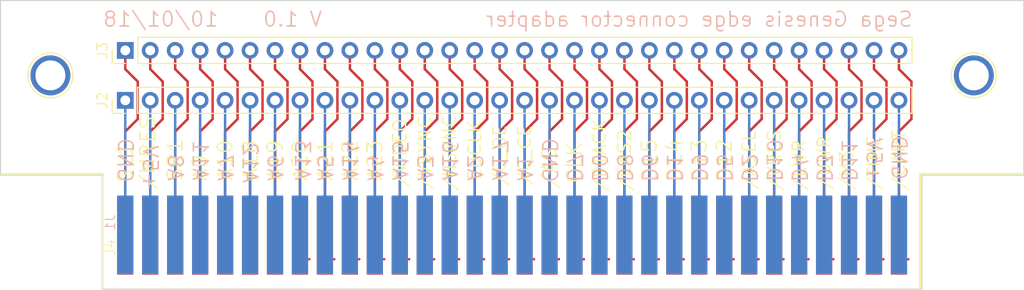
<source format=kicad_pcb>
(kicad_pcb (version 4) (host pcbnew 4.0.7)

  (general
    (links 64)
    (no_connects 0)
    (area 86.309999 69.357142 190.550001 100.872)
    (thickness 1.6)
    (drawings 79)
    (tracks 218)
    (zones 0)
    (modules 6)
    (nets 65)
  )

  (page A4)
  (layers
    (0 F.Cu signal)
    (31 B.Cu signal)
    (32 B.Adhes user)
    (33 F.Adhes user)
    (34 B.Paste user)
    (35 F.Paste user)
    (36 B.SilkS user)
    (37 F.SilkS user)
    (38 B.Mask user)
    (39 F.Mask user)
    (40 Dwgs.User user)
    (41 Cmts.User user)
    (42 Eco1.User user)
    (43 Eco2.User user)
    (44 Edge.Cuts user)
    (45 Margin user)
    (46 B.CrtYd user)
    (47 F.CrtYd user)
    (48 B.Fab user)
    (49 F.Fab user)
  )

  (setup
    (last_trace_width 0.25)
    (trace_clearance 0.2)
    (zone_clearance 0.508)
    (zone_45_only no)
    (trace_min 0.2)
    (segment_width 0.2)
    (edge_width 0.1)
    (via_size 0.6)
    (via_drill 0.4)
    (via_min_size 0.4)
    (via_min_drill 0.3)
    (uvia_size 0.3)
    (uvia_drill 0.1)
    (uvias_allowed no)
    (uvia_min_size 0.2)
    (uvia_min_drill 0.1)
    (pcb_text_width 0.3)
    (pcb_text_size 1.5 1.5)
    (mod_edge_width 0.15)
    (mod_text_size 1 1)
    (mod_text_width 0.15)
    (pad_size 4.064 4.064)
    (pad_drill 3.048)
    (pad_to_mask_clearance 0.2)
    (aux_axis_origin 0 0)
    (visible_elements 7FFCFFFF)
    (pcbplotparams
      (layerselection 0x00030_80000001)
      (usegerberextensions false)
      (excludeedgelayer true)
      (linewidth 0.100000)
      (plotframeref false)
      (viasonmask false)
      (mode 1)
      (useauxorigin false)
      (hpglpennumber 1)
      (hpglpenspeed 20)
      (hpglpendiameter 15)
      (hpglpenoverlay 2)
      (psnegative false)
      (psa4output false)
      (plotreference true)
      (plotvalue true)
      (plotinvisibletext false)
      (padsonsilk false)
      (subtractmaskfromsilk false)
      (outputformat 1)
      (mirror false)
      (drillshape 1)
      (scaleselection 1)
      (outputdirectory ""))
  )

  (net 0 "")
  (net 1 /A1)
  (net 2 /A2)
  (net 3 /A3)
  (net 4 /A4)
  (net 5 /A5)
  (net 6 /A6)
  (net 7 /A7)
  (net 8 /A8)
  (net 9 /A9)
  (net 10 /A10)
  (net 11 /A11)
  (net 12 /A12)
  (net 13 /A13)
  (net 14 /A14)
  (net 15 /A15)
  (net 16 /A16)
  (net 17 /A17)
  (net 18 /A18)
  (net 19 /A19)
  (net 20 /A20)
  (net 21 /A21)
  (net 22 /A22)
  (net 23 /A23)
  (net 24 /A24)
  (net 25 /A25)
  (net 26 /A26)
  (net 27 /A27)
  (net 28 /A28)
  (net 29 /A29)
  (net 30 /A30)
  (net 31 /A31)
  (net 32 /A32)
  (net 33 /B1)
  (net 34 /B2)
  (net 35 /B3)
  (net 36 /B4)
  (net 37 /B5)
  (net 38 /B6)
  (net 39 /B7)
  (net 40 /B8)
  (net 41 /B9)
  (net 42 /B10)
  (net 43 /B11)
  (net 44 /B12)
  (net 45 /B13)
  (net 46 /B14)
  (net 47 /B15)
  (net 48 /B16)
  (net 49 /B17)
  (net 50 /B18)
  (net 51 /B19)
  (net 52 /B20)
  (net 53 /B21)
  (net 54 /B22)
  (net 55 /B23)
  (net 56 /B24)
  (net 57 /B25)
  (net 58 /B26)
  (net 59 /B27)
  (net 60 /B28)
  (net 61 /B29)
  (net 62 /B30)
  (net 63 /B31)
  (net 64 /B32)

  (net_class Default "This is the default net class."
    (clearance 0.2)
    (trace_width 0.25)
    (via_dia 0.6)
    (via_drill 0.4)
    (uvia_dia 0.3)
    (uvia_drill 0.1)
    (add_net /A1)
    (add_net /A10)
    (add_net /A11)
    (add_net /A12)
    (add_net /A13)
    (add_net /A14)
    (add_net /A15)
    (add_net /A16)
    (add_net /A17)
    (add_net /A18)
    (add_net /A19)
    (add_net /A2)
    (add_net /A20)
    (add_net /A21)
    (add_net /A22)
    (add_net /A23)
    (add_net /A24)
    (add_net /A25)
    (add_net /A26)
    (add_net /A27)
    (add_net /A28)
    (add_net /A29)
    (add_net /A3)
    (add_net /A30)
    (add_net /A31)
    (add_net /A32)
    (add_net /A4)
    (add_net /A5)
    (add_net /A6)
    (add_net /A7)
    (add_net /A8)
    (add_net /A9)
    (add_net /B1)
    (add_net /B10)
    (add_net /B11)
    (add_net /B12)
    (add_net /B13)
    (add_net /B14)
    (add_net /B15)
    (add_net /B16)
    (add_net /B17)
    (add_net /B18)
    (add_net /B19)
    (add_net /B2)
    (add_net /B20)
    (add_net /B21)
    (add_net /B22)
    (add_net /B23)
    (add_net /B24)
    (add_net /B25)
    (add_net /B26)
    (add_net /B27)
    (add_net /B28)
    (add_net /B29)
    (add_net /B3)
    (add_net /B30)
    (add_net /B31)
    (add_net /B32)
    (add_net /B4)
    (add_net /B5)
    (add_net /B6)
    (add_net /B7)
    (add_net /B8)
    (add_net /B9)
  )

  (module Pin_Headers:Pin_Header_Straight_1x32_Pitch2.54mm (layer F.Cu) (tedit 5BB17649) (tstamp 5BB14E1D)
    (at 99.06 81.28 90)
    (descr "Through hole straight pin header, 1x32, 2.54mm pitch, single row")
    (tags "Through hole pin header THT 1x32 2.54mm single row")
    (path /5BB10599)
    (fp_text reference J2 (at 0 -2.33 90) (layer F.SilkS)
      (effects (font (size 1 1) (thickness 0.15)))
    )
    (fp_text value Conn_01x32_Male (at 0 81.07 90) (layer F.Fab) hide
      (effects (font (size 1 1) (thickness 0.15)))
    )
    (fp_line (start -0.635 -1.27) (end 1.27 -1.27) (layer F.Fab) (width 0.1))
    (fp_line (start 1.27 -1.27) (end 1.27 80.01) (layer F.Fab) (width 0.1))
    (fp_line (start 1.27 80.01) (end -1.27 80.01) (layer F.Fab) (width 0.1))
    (fp_line (start -1.27 80.01) (end -1.27 -0.635) (layer F.Fab) (width 0.1))
    (fp_line (start -1.27 -0.635) (end -0.635 -1.27) (layer F.Fab) (width 0.1))
    (fp_line (start -1.33 80.07) (end 1.33 80.07) (layer F.SilkS) (width 0.12))
    (fp_line (start -1.33 1.27) (end -1.33 80.07) (layer F.SilkS) (width 0.12))
    (fp_line (start 1.33 1.27) (end 1.33 80.07) (layer F.SilkS) (width 0.12))
    (fp_line (start -1.33 1.27) (end 1.33 1.27) (layer F.SilkS) (width 0.12))
    (fp_line (start -1.33 0) (end -1.33 -1.33) (layer F.SilkS) (width 0.12))
    (fp_line (start -1.33 -1.33) (end 0 -1.33) (layer F.SilkS) (width 0.12))
    (fp_line (start -1.8 -1.8) (end -1.8 80.55) (layer F.CrtYd) (width 0.05))
    (fp_line (start -1.8 80.55) (end 1.8 80.55) (layer F.CrtYd) (width 0.05))
    (fp_line (start 1.8 80.55) (end 1.8 -1.8) (layer F.CrtYd) (width 0.05))
    (fp_line (start 1.8 -1.8) (end -1.8 -1.8) (layer F.CrtYd) (width 0.05))
    (fp_text user %R (at 0 39.37 180) (layer F.Fab)
      (effects (font (size 1 1) (thickness 0.15)))
    )
    (pad 1 thru_hole rect (at 0 0 90) (size 1.7 1.7) (drill 1) (layers *.Cu *.Mask)
      (net 1 /A1))
    (pad 2 thru_hole oval (at 0 2.54 90) (size 1.7 1.7) (drill 1) (layers *.Cu *.Mask)
      (net 2 /A2))
    (pad 3 thru_hole oval (at 0 5.08 90) (size 1.7 1.7) (drill 1) (layers *.Cu *.Mask)
      (net 3 /A3))
    (pad 4 thru_hole oval (at 0 7.62 90) (size 1.7 1.7) (drill 1) (layers *.Cu *.Mask)
      (net 4 /A4))
    (pad 5 thru_hole oval (at 0 10.16 90) (size 1.7 1.7) (drill 1) (layers *.Cu *.Mask)
      (net 5 /A5))
    (pad 6 thru_hole oval (at 0 12.7 90) (size 1.7 1.7) (drill 1) (layers *.Cu *.Mask)
      (net 6 /A6))
    (pad 7 thru_hole oval (at 0 15.24 90) (size 1.7 1.7) (drill 1) (layers *.Cu *.Mask)
      (net 7 /A7))
    (pad 8 thru_hole oval (at 0 17.78 90) (size 1.7 1.7) (drill 1) (layers *.Cu *.Mask)
      (net 8 /A8))
    (pad 9 thru_hole oval (at 0 20.32 90) (size 1.7 1.7) (drill 1) (layers *.Cu *.Mask)
      (net 9 /A9))
    (pad 10 thru_hole oval (at 0 22.86 90) (size 1.7 1.7) (drill 1) (layers *.Cu *.Mask)
      (net 10 /A10))
    (pad 11 thru_hole oval (at 0 25.4 90) (size 1.7 1.7) (drill 1) (layers *.Cu *.Mask)
      (net 11 /A11))
    (pad 12 thru_hole oval (at 0 27.94 90) (size 1.7 1.7) (drill 1) (layers *.Cu *.Mask)
      (net 12 /A12))
    (pad 13 thru_hole oval (at 0 30.48 90) (size 1.7 1.7) (drill 1) (layers *.Cu *.Mask)
      (net 13 /A13))
    (pad 14 thru_hole oval (at 0 33.02 90) (size 1.7 1.7) (drill 1) (layers *.Cu *.Mask)
      (net 14 /A14))
    (pad 15 thru_hole oval (at 0 35.56 90) (size 1.7 1.7) (drill 1) (layers *.Cu *.Mask)
      (net 15 /A15))
    (pad 16 thru_hole oval (at 0 38.1 90) (size 1.7 1.7) (drill 1) (layers *.Cu *.Mask)
      (net 16 /A16))
    (pad 17 thru_hole oval (at 0 40.64 90) (size 1.7 1.7) (drill 1) (layers *.Cu *.Mask)
      (net 17 /A17))
    (pad 18 thru_hole oval (at 0 43.18 90) (size 1.7 1.7) (drill 1) (layers *.Cu *.Mask)
      (net 18 /A18))
    (pad 19 thru_hole oval (at 0 45.72 90) (size 1.7 1.7) (drill 1) (layers *.Cu *.Mask)
      (net 19 /A19))
    (pad 20 thru_hole oval (at 0 48.26 90) (size 1.7 1.7) (drill 1) (layers *.Cu *.Mask)
      (net 20 /A20))
    (pad 21 thru_hole oval (at 0 50.8 90) (size 1.7 1.7) (drill 1) (layers *.Cu *.Mask)
      (net 21 /A21))
    (pad 22 thru_hole oval (at 0 53.34 90) (size 1.7 1.7) (drill 1) (layers *.Cu *.Mask)
      (net 22 /A22))
    (pad 23 thru_hole oval (at 0 55.88 90) (size 1.7 1.7) (drill 1) (layers *.Cu *.Mask)
      (net 23 /A23))
    (pad 24 thru_hole oval (at 0 58.42 90) (size 1.7 1.7) (drill 1) (layers *.Cu *.Mask)
      (net 24 /A24))
    (pad 25 thru_hole oval (at 0 60.96 90) (size 1.7 1.7) (drill 1) (layers *.Cu *.Mask)
      (net 25 /A25))
    (pad 26 thru_hole oval (at 0 63.5 90) (size 1.7 1.7) (drill 1) (layers *.Cu *.Mask)
      (net 26 /A26))
    (pad 27 thru_hole oval (at 0 66.04 90) (size 1.7 1.7) (drill 1) (layers *.Cu *.Mask)
      (net 27 /A27))
    (pad 28 thru_hole oval (at 0 68.58 90) (size 1.7 1.7) (drill 1) (layers *.Cu *.Mask)
      (net 28 /A28))
    (pad 29 thru_hole oval (at 0 71.12 90) (size 1.7 1.7) (drill 1) (layers *.Cu *.Mask)
      (net 29 /A29))
    (pad 30 thru_hole oval (at 0 73.66 90) (size 1.7 1.7) (drill 1) (layers *.Cu *.Mask)
      (net 30 /A30))
    (pad 31 thru_hole oval (at 0 76.2 90) (size 1.7 1.7) (drill 1) (layers *.Cu *.Mask)
      (net 31 /A31))
    (pad 32 thru_hole oval (at 0 78.74 90) (size 1.7 1.7) (drill 1) (layers *.Cu *.Mask)
      (net 32 /A32))
    (model ${KISYS3DMOD}/Pin_Headers.3dshapes/Pin_Header_Straight_1x32_Pitch2.54mm.wrl
      (at (xyz 0 0 0))
      (scale (xyz 1 1 1))
      (rotate (xyz 0 0 0))
    )
  )

  (module Pin_Headers:Pin_Header_Straight_1x32_Pitch2.54mm (layer F.Cu) (tedit 5BB17650) (tstamp 5BB14E41)
    (at 99.06 76.2 90)
    (descr "Through hole straight pin header, 1x32, 2.54mm pitch, single row")
    (tags "Through hole pin header THT 1x32 2.54mm single row")
    (path /5BB105C8)
    (fp_text reference J3 (at 0 -2.33 90) (layer F.SilkS)
      (effects (font (size 1 1) (thickness 0.15)))
    )
    (fp_text value Conn_01x32_Male (at 0 81.07 90) (layer F.Fab) hide
      (effects (font (size 1 1) (thickness 0.15)))
    )
    (fp_line (start -0.635 -1.27) (end 1.27 -1.27) (layer F.Fab) (width 0.1))
    (fp_line (start 1.27 -1.27) (end 1.27 80.01) (layer F.Fab) (width 0.1))
    (fp_line (start 1.27 80.01) (end -1.27 80.01) (layer F.Fab) (width 0.1))
    (fp_line (start -1.27 80.01) (end -1.27 -0.635) (layer F.Fab) (width 0.1))
    (fp_line (start -1.27 -0.635) (end -0.635 -1.27) (layer F.Fab) (width 0.1))
    (fp_line (start -1.33 80.07) (end 1.33 80.07) (layer F.SilkS) (width 0.12))
    (fp_line (start -1.33 1.27) (end -1.33 80.07) (layer F.SilkS) (width 0.12))
    (fp_line (start 1.33 1.27) (end 1.33 80.07) (layer F.SilkS) (width 0.12))
    (fp_line (start -1.33 1.27) (end 1.33 1.27) (layer F.SilkS) (width 0.12))
    (fp_line (start -1.33 0) (end -1.33 -1.33) (layer F.SilkS) (width 0.12))
    (fp_line (start -1.33 -1.33) (end 0 -1.33) (layer F.SilkS) (width 0.12))
    (fp_line (start -1.8 -1.8) (end -1.8 80.55) (layer F.CrtYd) (width 0.05))
    (fp_line (start -1.8 80.55) (end 1.8 80.55) (layer F.CrtYd) (width 0.05))
    (fp_line (start 1.8 80.55) (end 1.8 -1.8) (layer F.CrtYd) (width 0.05))
    (fp_line (start 1.8 -1.8) (end -1.8 -1.8) (layer F.CrtYd) (width 0.05))
    (fp_text user %R (at 0 39.37 180) (layer F.Fab)
      (effects (font (size 1 1) (thickness 0.15)))
    )
    (pad 1 thru_hole rect (at 0 0 90) (size 1.7 1.7) (drill 1) (layers *.Cu *.Mask)
      (net 33 /B1))
    (pad 2 thru_hole oval (at 0 2.54 90) (size 1.7 1.7) (drill 1) (layers *.Cu *.Mask)
      (net 34 /B2))
    (pad 3 thru_hole oval (at 0 5.08 90) (size 1.7 1.7) (drill 1) (layers *.Cu *.Mask)
      (net 35 /B3))
    (pad 4 thru_hole oval (at 0 7.62 90) (size 1.7 1.7) (drill 1) (layers *.Cu *.Mask)
      (net 36 /B4))
    (pad 5 thru_hole oval (at 0 10.16 90) (size 1.7 1.7) (drill 1) (layers *.Cu *.Mask)
      (net 37 /B5))
    (pad 6 thru_hole oval (at 0 12.7 90) (size 1.7 1.7) (drill 1) (layers *.Cu *.Mask)
      (net 38 /B6))
    (pad 7 thru_hole oval (at 0 15.24 90) (size 1.7 1.7) (drill 1) (layers *.Cu *.Mask)
      (net 39 /B7))
    (pad 8 thru_hole oval (at 0 17.78 90) (size 1.7 1.7) (drill 1) (layers *.Cu *.Mask)
      (net 40 /B8))
    (pad 9 thru_hole oval (at 0 20.32 90) (size 1.7 1.7) (drill 1) (layers *.Cu *.Mask)
      (net 41 /B9))
    (pad 10 thru_hole oval (at 0 22.86 90) (size 1.7 1.7) (drill 1) (layers *.Cu *.Mask)
      (net 42 /B10))
    (pad 11 thru_hole oval (at 0 25.4 90) (size 1.7 1.7) (drill 1) (layers *.Cu *.Mask)
      (net 43 /B11))
    (pad 12 thru_hole oval (at 0 27.94 90) (size 1.7 1.7) (drill 1) (layers *.Cu *.Mask)
      (net 44 /B12))
    (pad 13 thru_hole oval (at 0 30.48 90) (size 1.7 1.7) (drill 1) (layers *.Cu *.Mask)
      (net 45 /B13))
    (pad 14 thru_hole oval (at 0 33.02 90) (size 1.7 1.7) (drill 1) (layers *.Cu *.Mask)
      (net 46 /B14))
    (pad 15 thru_hole oval (at 0 35.56 90) (size 1.7 1.7) (drill 1) (layers *.Cu *.Mask)
      (net 47 /B15))
    (pad 16 thru_hole oval (at 0 38.1 90) (size 1.7 1.7) (drill 1) (layers *.Cu *.Mask)
      (net 48 /B16))
    (pad 17 thru_hole oval (at 0 40.64 90) (size 1.7 1.7) (drill 1) (layers *.Cu *.Mask)
      (net 49 /B17))
    (pad 18 thru_hole oval (at 0 43.18 90) (size 1.7 1.7) (drill 1) (layers *.Cu *.Mask)
      (net 50 /B18))
    (pad 19 thru_hole oval (at 0 45.72 90) (size 1.7 1.7) (drill 1) (layers *.Cu *.Mask)
      (net 51 /B19))
    (pad 20 thru_hole oval (at 0 48.26 90) (size 1.7 1.7) (drill 1) (layers *.Cu *.Mask)
      (net 52 /B20))
    (pad 21 thru_hole oval (at 0 50.8 90) (size 1.7 1.7) (drill 1) (layers *.Cu *.Mask)
      (net 53 /B21))
    (pad 22 thru_hole oval (at 0 53.34 90) (size 1.7 1.7) (drill 1) (layers *.Cu *.Mask)
      (net 54 /B22))
    (pad 23 thru_hole oval (at 0 55.88 90) (size 1.7 1.7) (drill 1) (layers *.Cu *.Mask)
      (net 55 /B23))
    (pad 24 thru_hole oval (at 0 58.42 90) (size 1.7 1.7) (drill 1) (layers *.Cu *.Mask)
      (net 56 /B24))
    (pad 25 thru_hole oval (at 0 60.96 90) (size 1.7 1.7) (drill 1) (layers *.Cu *.Mask)
      (net 57 /B25))
    (pad 26 thru_hole oval (at 0 63.5 90) (size 1.7 1.7) (drill 1) (layers *.Cu *.Mask)
      (net 58 /B26))
    (pad 27 thru_hole oval (at 0 66.04 90) (size 1.7 1.7) (drill 1) (layers *.Cu *.Mask)
      (net 59 /B27))
    (pad 28 thru_hole oval (at 0 68.58 90) (size 1.7 1.7) (drill 1) (layers *.Cu *.Mask)
      (net 60 /B28))
    (pad 29 thru_hole oval (at 0 71.12 90) (size 1.7 1.7) (drill 1) (layers *.Cu *.Mask)
      (net 61 /B29))
    (pad 30 thru_hole oval (at 0 73.66 90) (size 1.7 1.7) (drill 1) (layers *.Cu *.Mask)
      (net 62 /B30))
    (pad 31 thru_hole oval (at 0 76.2 90) (size 1.7 1.7) (drill 1) (layers *.Cu *.Mask)
      (net 63 /B31))
    (pad 32 thru_hole oval (at 0 78.74 90) (size 1.7 1.7) (drill 1) (layers *.Cu *.Mask)
      (net 64 /B32))
    (model ${KISYS3DMOD}/Pin_Headers.3dshapes/Pin_Header_Straight_1x32_Pitch2.54mm.wrl
      (at (xyz 0 0 0))
      (scale (xyz 1 1 1))
      (rotate (xyz 0 0 0))
    )
  )

  (module Connectors:1pin (layer F.Cu) (tedit 5BB17603) (tstamp 5BB15E68)
    (at 91.44 78.74)
    (descr "module 1 pin (ou trou mecanique de percage)")
    (tags DEV)
    (fp_text reference REF** (at 0 -3.048) (layer F.SilkS) hide
      (effects (font (size 1 1) (thickness 0.15)))
    )
    (fp_text value 1pin (at 0 3) (layer F.Fab)
      (effects (font (size 1 1) (thickness 0.15)))
    )
    (fp_circle (center 0 0) (end 2 0.8) (layer F.Fab) (width 0.1))
    (fp_circle (center 0 0) (end 2.6 0) (layer F.CrtYd) (width 0.05))
    (fp_circle (center 0 0) (end 0 -2.286) (layer F.SilkS) (width 0.12))
    (pad 1 thru_hole circle (at 0 0) (size 4.064 4.064) (drill 3.048) (layers *.Cu *.Mask))
  )

  (module Connectors:1pin (layer F.Cu) (tedit 5BB1760D) (tstamp 5BB15F78)
    (at 185.42 78.74)
    (descr "module 1 pin (ou trou mecanique de percage)")
    (tags DEV)
    (fp_text reference REF** (at 0 -3.048) (layer F.SilkS) hide
      (effects (font (size 1 1) (thickness 0.15)))
    )
    (fp_text value 1pin (at 0 3) (layer F.Fab)
      (effects (font (size 1 1) (thickness 0.15)))
    )
    (fp_circle (center 0 0) (end 2 0.8) (layer F.Fab) (width 0.1))
    (fp_circle (center 0 0) (end 2.6 0) (layer F.CrtYd) (width 0.05))
    (fp_circle (center 0 0) (end 0 -2.286) (layer F.SilkS) (width 0.12))
    (pad 1 thru_hole circle (at 0 0) (size 4.064 4.064) (drill 3.048) (layers *.Cu *.Mask))
  )

  (module Connectors_Edge:Sega_Genesis (layer F.Cu) (tedit 5BB2CFA2) (tstamp 5BB17A5C)
    (at 99.06 99.06)
    (path /5BB16D77)
    (fp_text reference J4 (at -1.524 -2.794 90) (layer F.SilkS)
      (effects (font (size 1 1) (thickness 0.1)))
    )
    (fp_text value Conn_01x32_Male (at 7.62 -8.89) (layer F.Fab)
      (effects (font (size 1 1) (thickness 0.1)))
    )
    (fp_line (start -2.36 1.5) (end -2.36 -8) (layer F.CrtYd) (width 0.1))
    (fp_line (start 81.1 -8) (end -2.36 -8) (layer F.CrtYd) (width 0.1))
    (fp_line (start 81.1 1.5) (end 81.1 -8) (layer F.CrtYd) (width 0.1))
    (fp_line (start -2.36 1.5) (end 81.1 1.5) (layer F.CrtYd) (width 0.1))
    (pad 1 connect rect (at 0 -2.54) (size 1.65 8) (drill (offset 0 -1.5)) (layers F.Cu F.Mask)
      (net 33 /B1))
    (pad 2 connect rect (at 2.54 -2.54) (size 1.65 8) (drill (offset 0 -1.5)) (layers F.Cu F.Mask)
      (net 34 /B2))
    (pad 3 connect rect (at 5.08 -2.54) (size 1.65 8) (drill (offset 0 -1.5)) (layers F.Cu F.Mask)
      (net 35 /B3))
    (pad 4 connect rect (at 7.62 -2.54) (size 1.65 8) (drill (offset 0 -1.5)) (layers F.Cu F.Mask)
      (net 36 /B4))
    (pad 5 connect rect (at 10.16 -2.54) (size 1.65 8) (drill (offset 0 -1.5)) (layers F.Cu F.Mask)
      (net 37 /B5))
    (pad 6 connect rect (at 12.7 -2.54) (size 1.65 8) (drill (offset 0 -1.5)) (layers F.Cu F.Mask)
      (net 38 /B6))
    (pad 7 connect rect (at 15.24 -2.54) (size 1.65 8) (drill (offset 0 -1.5)) (layers F.Cu F.Mask)
      (net 39 /B7))
    (pad 8 connect rect (at 17.78 -2.54) (size 1.65 8) (drill (offset 0 -1.5)) (layers F.Cu F.Mask)
      (net 40 /B8))
    (pad 9 connect rect (at 20.32 -2.54) (size 1.65 8) (drill (offset 0 -1.5)) (layers F.Cu F.Mask)
      (net 41 /B9))
    (pad 10 connect rect (at 22.86 -2.54) (size 1.65 8) (drill (offset 0 -1.5)) (layers F.Cu F.Mask)
      (net 42 /B10))
    (pad 11 connect rect (at 25.4 -2.54) (size 1.65 8) (drill (offset 0 -1.5)) (layers F.Cu F.Mask)
      (net 43 /B11))
    (pad 12 connect rect (at 27.94 -2.54) (size 1.65 8) (drill (offset 0 -1.5)) (layers F.Cu F.Mask)
      (net 44 /B12))
    (pad 13 connect rect (at 30.48 -2.54) (size 1.65 8) (drill (offset 0 -1.5)) (layers F.Cu F.Mask)
      (net 45 /B13))
    (pad 14 connect rect (at 33.02 -2.54) (size 1.65 8) (drill (offset 0 -1.5)) (layers F.Cu F.Mask)
      (net 46 /B14))
    (pad 15 connect rect (at 35.56 -2.54) (size 1.65 8) (drill (offset 0 -1.5)) (layers F.Cu F.Mask)
      (net 47 /B15))
    (pad 16 connect rect (at 38.1 -2.54) (size 1.65 8) (drill (offset 0 -1.5)) (layers F.Cu F.Mask)
      (net 48 /B16))
    (pad 17 connect rect (at 40.64 -2.54) (size 1.65 8) (drill (offset 0 -1.5)) (layers F.Cu F.Mask)
      (net 49 /B17))
    (pad 18 connect rect (at 43.18 -2.54) (size 1.65 8) (drill (offset 0 -1.5)) (layers F.Cu F.Mask)
      (net 50 /B18))
    (pad 19 connect rect (at 45.72 -2.54) (size 1.65 8) (drill (offset 0 -1.5)) (layers F.Cu F.Mask)
      (net 51 /B19))
    (pad 20 connect rect (at 48.26 -2.54) (size 1.65 8) (drill (offset 0 -1.5)) (layers F.Cu F.Mask)
      (net 52 /B20))
    (pad 21 connect rect (at 50.8 -2.54) (size 1.65 8) (drill (offset 0 -1.5)) (layers F.Cu F.Mask)
      (net 53 /B21))
    (pad 22 connect rect (at 53.34 -2.54) (size 1.65 8) (drill (offset 0 -1.5)) (layers F.Cu F.Mask)
      (net 54 /B22))
    (pad 23 connect rect (at 55.88 -2.54) (size 1.65 8) (drill (offset 0 -1.5)) (layers F.Cu F.Mask)
      (net 55 /B23))
    (pad 24 connect rect (at 58.42 -2.54) (size 1.65 8) (drill (offset 0 -1.5)) (layers F.Cu F.Mask)
      (net 56 /B24))
    (pad 25 connect rect (at 60.96 -2.54) (size 1.65 8) (drill (offset 0 -1.5)) (layers F.Cu F.Mask)
      (net 57 /B25))
    (pad 26 connect rect (at 63.5 -2.54) (size 1.65 8) (drill (offset 0 -1.5)) (layers F.Cu F.Mask)
      (net 58 /B26))
    (pad 27 connect rect (at 66.04 -2.54) (size 1.65 8) (drill (offset 0 -1.5)) (layers F.Cu F.Mask)
      (net 59 /B27))
    (pad 28 connect rect (at 68.58 -2.54) (size 1.65 8) (drill (offset 0 -1.5)) (layers F.Cu F.Mask)
      (net 60 /B28))
    (pad 29 connect rect (at 71.12 -2.54) (size 1.65 8) (drill (offset 0 -1.5)) (layers F.Cu F.Mask)
      (net 61 /B29))
    (pad 30 connect rect (at 73.66 -2.54) (size 1.65 8) (drill (offset 0 -1.5)) (layers F.Cu F.Mask)
      (net 62 /B30))
    (pad 31 connect rect (at 76.2 -2.54) (size 1.65 8) (drill (offset 0 -1.5)) (layers F.Cu F.Mask)
      (net 63 /B31))
    (pad 32 connect rect (at 78.74 -2.54) (size 1.65 8) (drill (offset 0 -1.5)) (layers F.Cu F.Mask)
      (net 64 /B32))
  )

  (module Connectors_Edge:Sega_Genesis (layer B.Cu) (tedit 5BB2CFA2) (tstamp 5BB17AA5)
    (at 99.06 90.932)
    (path /5BB16D1F)
    (fp_text reference J1 (at -1.524 2.794 270) (layer B.SilkS)
      (effects (font (size 1 1) (thickness 0.1)) (justify mirror))
    )
    (fp_text value Conn_01x32_Male (at 7.62 8.89) (layer B.Fab)
      (effects (font (size 1 1) (thickness 0.1)) (justify mirror))
    )
    (fp_line (start -2.36 -1.5) (end -2.36 8) (layer B.CrtYd) (width 0.1))
    (fp_line (start 81.1 8) (end -2.36 8) (layer B.CrtYd) (width 0.1))
    (fp_line (start 81.1 -1.5) (end 81.1 8) (layer B.CrtYd) (width 0.1))
    (fp_line (start -2.36 -1.5) (end 81.1 -1.5) (layer B.CrtYd) (width 0.1))
    (pad 1 connect rect (at 0 2.54) (size 1.65 8) (drill (offset 0 1.5)) (layers B.Cu B.Mask)
      (net 1 /A1))
    (pad 2 connect rect (at 2.54 2.54) (size 1.65 8) (drill (offset 0 1.5)) (layers B.Cu B.Mask)
      (net 2 /A2))
    (pad 3 connect rect (at 5.08 2.54) (size 1.65 8) (drill (offset 0 1.5)) (layers B.Cu B.Mask)
      (net 3 /A3))
    (pad 4 connect rect (at 7.62 2.54) (size 1.65 8) (drill (offset 0 1.5)) (layers B.Cu B.Mask)
      (net 4 /A4))
    (pad 5 connect rect (at 10.16 2.54) (size 1.65 8) (drill (offset 0 1.5)) (layers B.Cu B.Mask)
      (net 5 /A5))
    (pad 6 connect rect (at 12.7 2.54) (size 1.65 8) (drill (offset 0 1.5)) (layers B.Cu B.Mask)
      (net 6 /A6))
    (pad 7 connect rect (at 15.24 2.54) (size 1.65 8) (drill (offset 0 1.5)) (layers B.Cu B.Mask)
      (net 7 /A7))
    (pad 8 connect rect (at 17.78 2.54) (size 1.65 8) (drill (offset 0 1.5)) (layers B.Cu B.Mask)
      (net 8 /A8))
    (pad 9 connect rect (at 20.32 2.54) (size 1.65 8) (drill (offset 0 1.5)) (layers B.Cu B.Mask)
      (net 9 /A9))
    (pad 10 connect rect (at 22.86 2.54) (size 1.65 8) (drill (offset 0 1.5)) (layers B.Cu B.Mask)
      (net 10 /A10))
    (pad 11 connect rect (at 25.4 2.54) (size 1.65 8) (drill (offset 0 1.5)) (layers B.Cu B.Mask)
      (net 11 /A11))
    (pad 12 connect rect (at 27.94 2.54) (size 1.65 8) (drill (offset 0 1.5)) (layers B.Cu B.Mask)
      (net 12 /A12))
    (pad 13 connect rect (at 30.48 2.54) (size 1.65 8) (drill (offset 0 1.5)) (layers B.Cu B.Mask)
      (net 13 /A13))
    (pad 14 connect rect (at 33.02 2.54) (size 1.65 8) (drill (offset 0 1.5)) (layers B.Cu B.Mask)
      (net 14 /A14))
    (pad 15 connect rect (at 35.56 2.54) (size 1.65 8) (drill (offset 0 1.5)) (layers B.Cu B.Mask)
      (net 15 /A15))
    (pad 16 connect rect (at 38.1 2.54) (size 1.65 8) (drill (offset 0 1.5)) (layers B.Cu B.Mask)
      (net 16 /A16))
    (pad 17 connect rect (at 40.64 2.54) (size 1.65 8) (drill (offset 0 1.5)) (layers B.Cu B.Mask)
      (net 17 /A17))
    (pad 18 connect rect (at 43.18 2.54) (size 1.65 8) (drill (offset 0 1.5)) (layers B.Cu B.Mask)
      (net 18 /A18))
    (pad 19 connect rect (at 45.72 2.54) (size 1.65 8) (drill (offset 0 1.5)) (layers B.Cu B.Mask)
      (net 19 /A19))
    (pad 20 connect rect (at 48.26 2.54) (size 1.65 8) (drill (offset 0 1.5)) (layers B.Cu B.Mask)
      (net 20 /A20))
    (pad 21 connect rect (at 50.8 2.54) (size 1.65 8) (drill (offset 0 1.5)) (layers B.Cu B.Mask)
      (net 21 /A21))
    (pad 22 connect rect (at 53.34 2.54) (size 1.65 8) (drill (offset 0 1.5)) (layers B.Cu B.Mask)
      (net 22 /A22))
    (pad 23 connect rect (at 55.88 2.54) (size 1.65 8) (drill (offset 0 1.5)) (layers B.Cu B.Mask)
      (net 23 /A23))
    (pad 24 connect rect (at 58.42 2.54) (size 1.65 8) (drill (offset 0 1.5)) (layers B.Cu B.Mask)
      (net 24 /A24))
    (pad 25 connect rect (at 60.96 2.54) (size 1.65 8) (drill (offset 0 1.5)) (layers B.Cu B.Mask)
      (net 25 /A25))
    (pad 26 connect rect (at 63.5 2.54) (size 1.65 8) (drill (offset 0 1.5)) (layers B.Cu B.Mask)
      (net 26 /A26))
    (pad 27 connect rect (at 66.04 2.54) (size 1.65 8) (drill (offset 0 1.5)) (layers B.Cu B.Mask)
      (net 27 /A27))
    (pad 28 connect rect (at 68.58 2.54) (size 1.65 8) (drill (offset 0 1.5)) (layers B.Cu B.Mask)
      (net 28 /A28))
    (pad 29 connect rect (at 71.12 2.54) (size 1.65 8) (drill (offset 0 1.5)) (layers B.Cu B.Mask)
      (net 29 /A29))
    (pad 30 connect rect (at 73.66 2.54) (size 1.65 8) (drill (offset 0 1.5)) (layers B.Cu B.Mask)
      (net 30 /A30))
    (pad 31 connect rect (at 76.2 2.54) (size 1.65 8) (drill (offset 0 1.5)) (layers B.Cu B.Mask)
      (net 31 /A31))
    (pad 32 connect rect (at 78.74 2.54) (size 1.65 8) (drill (offset 0 1.5)) (layers B.Cu B.Mask)
      (net 32 /A32))
  )

  (gr_line (start 179.959 88.773) (end 190.246 88.773) (angle 90) (layer F.SilkS) (width 0.2))
  (gr_line (start 179.959 100.33) (end 179.959 88.773) (angle 90) (layer F.SilkS) (width 0.2))
  (gr_line (start 96.774 88.773) (end 86.487 88.773) (angle 90) (layer F.SilkS) (width 0.2))
  (gr_line (start 96.774 88.9) (end 96.774 88.773) (angle 90) (layer F.SilkS) (width 0.2))
  (gr_line (start 96.774 100.457) (end 96.774 88.9) (angle 90) (layer F.SilkS) (width 0.2))
  (gr_text /CART (at 177.8 87.376 90) (layer F.SilkS)
    (effects (font (size 1.3 1.3) (thickness 0.15)))
  )
  (gr_text /TIME (at 175.26 87.63 90) (layer F.SilkS)
    (effects (font (size 1.3 1.3) (thickness 0.15)))
  )
  (gr_text /M3 (at 172.466 88.392 90) (layer F.SilkS)
    (effects (font (size 1.3 1.3) (thickness 0.15)))
  )
  (gr_text /UWR (at 170.18 87.63 90) (layer F.SilkS)
    (effects (font (size 1.3 1.3) (thickness 0.15)))
  )
  (gr_text /LWR (at 167.64 87.884 90) (layer F.SilkS)
    (effects (font (size 1.3 1.3) (thickness 0.15)))
  )
  (gr_text /VRES (at 165.1 87.376 90) (layer F.SilkS)
    (effects (font (size 1.3 1.3) (thickness 0.15)))
  )
  (gr_text /ASEL (at 162.56 87.376 90) (layer F.SilkS)
    (effects (font (size 1.3 1.3) (thickness 0.15)))
  )
  (gr_text D12 (at 160.02 87.376 90) (layer F.SilkS)
    (effects (font (size 1.5 1.5) (thickness 0.15)))
  )
  (gr_text D13 (at 157.48 87.376 90) (layer F.SilkS)
    (effects (font (size 1.5 1.5) (thickness 0.15)))
  )
  (gr_text D14 (at 154.94 87.376 90) (layer F.SilkS)
    (effects (font (size 1.5 1.5) (thickness 0.15)))
  )
  (gr_text D15 (at 152.4 87.376 90) (layer F.SilkS)
    (effects (font (size 1.5 1.5) (thickness 0.15)))
  )
  (gr_text /CAS2 (at 149.86 87.376 90) (layer F.SilkS)
    (effects (font (size 1.3 1.3) (thickness 0.15)))
  )
  (gr_text /DTACK (at 147.32 86.868 90) (layer F.SilkS)
    (effects (font (size 1.3 1.3) (thickness 0.15)))
  )
  (gr_text CLK (at 144.78 87.63 90) (layer F.SilkS)
    (effects (font (size 1.5 1.5) (thickness 0.15)))
  )
  (gr_text /AS (at 142.24 88.138 90) (layer F.SilkS)
    (effects (font (size 1.5 1.5) (thickness 0.15)))
  )
  (gr_text /C_CE (at 139.7 86.868 90) (layer F.SilkS)
    (effects (font (size 1.3 1.3) (thickness 0.15)))
  )
  (gr_text /C_OE (at 137.16 86.868 90) (layer F.SilkS)
    (effects (font (size 1.3 1.3) (thickness 0.15)))
  )
  (gr_text EDCLK (at 134.62 86.36 90) (layer F.SilkS)
    (effects (font (size 1.3 1.3) (thickness 0.15)))
  )
  (gr_text /HSYNC (at 132.08 86.614 90) (layer F.SilkS)
    (effects (font (size 1.3 1.3) (thickness 0.15)))
  )
  (gr_text /VSYNC (at 129.54 86.614 90) (layer F.SilkS)
    (effects (font (size 1.3 1.3) (thickness 0.15)))
  )
  (gr_text /VIDEO (at 127 86.614 90) (layer F.SilkS)
    (effects (font (size 1.3 1.3) (thickness 0.15)))
  )
  (gr_text A23 (at 124.46 87.376 90) (layer F.SilkS)
    (effects (font (size 1.5 1.5) (thickness 0.15)))
  )
  (gr_text A22 (at 121.92 87.376 90) (layer F.SilkS)
    (effects (font (size 1.5 1.5) (thickness 0.15)))
  )
  (gr_text A21 (at 119.38 87.376 90) (layer F.SilkS)
    (effects (font (size 1.5 1.5) (thickness 0.15)))
  )
  (gr_text A20 (at 116.84 87.376 90) (layer F.SilkS)
    (effects (font (size 1.5 1.5) (thickness 0.15)))
  )
  (gr_text A19 (at 114.3 87.376 90) (layer F.SilkS)
    (effects (font (size 1.5 1.5) (thickness 0.15)))
  )
  (gr_text A18 (at 111.76 87.376 90) (layer F.SilkS)
    (effects (font (size 1.5 1.5) (thickness 0.15)))
  )
  (gr_text A10 (at 109.22 87.376 90) (layer F.SilkS)
    (effects (font (size 1.5 1.5) (thickness 0.15)))
  )
  (gr_text A9 (at 106.68 88.138 90) (layer F.SilkS)
    (effects (font (size 1.5 1.5) (thickness 0.15)))
  )
  (gr_text SR1 (at 104.14 87.376 90) (layer F.SilkS)
    (effects (font (size 1.5 1.5) (thickness 0.15)))
  )
  (gr_text /MRES (at 101.346 86.614 90) (layer F.SilkS)
    (effects (font (size 1.5 1.5) (thickness 0.15)))
  )
  (gr_text SL1 (at 99.06 87.63 90) (layer F.SilkS)
    (effects (font (size 1.5 1.5) (thickness 0.15)))
  )
  (gr_text GND (at 177.8 87.122 270) (layer B.SilkS)
    (effects (font (size 1.5 1.5) (thickness 0.15)) (justify mirror))
  )
  (gr_text +5V (at 175.26 87.376 270) (layer B.SilkS)
    (effects (font (size 1.5 1.5) (thickness 0.15)) (justify mirror))
  )
  (gr_text D11 (at 172.72 87.376 270) (layer B.SilkS)
    (effects (font (size 1.5 1.5) (thickness 0.15)) (justify mirror))
  )
  (gr_text D3 (at 170.18 88.138 270) (layer B.SilkS)
    (effects (font (size 1.5 1.5) (thickness 0.15)) (justify mirror))
  )
  (gr_text D4 (at 167.64 88.138 270) (layer B.SilkS)
    (effects (font (size 1.5 1.5) (thickness 0.15)) (justify mirror))
  )
  (gr_text D10 (at 165.1 87.376 270) (layer B.SilkS)
    (effects (font (size 1.5 1.5) (thickness 0.15)) (justify mirror))
  )
  (gr_text D2 (at 162.56 88.138 270) (layer B.SilkS)
    (effects (font (size 1.5 1.5) (thickness 0.15)) (justify mirror))
  )
  (gr_text D5 (at 160.02 88.138 270) (layer B.SilkS)
    (effects (font (size 1.5 1.5) (thickness 0.15)) (justify mirror))
  )
  (gr_text D9 (at 157.48 88.138 270) (layer B.SilkS)
    (effects (font (size 1.5 1.5) (thickness 0.15)) (justify mirror))
  )
  (gr_text D1 (at 154.94 88.138 270) (layer B.SilkS)
    (effects (font (size 1.5 1.5) (thickness 0.15)) (justify mirror))
  )
  (gr_text D6 (at 152.4 88.138 270) (layer B.SilkS)
    (effects (font (size 1.5 1.5) (thickness 0.15)) (justify mirror))
  )
  (gr_text D8 (at 149.86 88.138 270) (layer B.SilkS)
    (effects (font (size 1.5 1.5) (thickness 0.15)) (justify mirror))
  )
  (gr_text D0 (at 147.32 88.138 270) (layer B.SilkS)
    (effects (font (size 1.5 1.5) (thickness 0.15)) (justify mirror))
  )
  (gr_text D7 (at 144.78 88.138 270) (layer B.SilkS)
    (effects (font (size 1.5 1.5) (thickness 0.15)) (justify mirror))
  )
  (gr_text GND (at 142.24 87.376 270) (layer B.SilkS)
    (effects (font (size 1.5 1.5) (thickness 0.15)) (justify mirror))
  )
  (gr_text A1 (at 139.7 88.138 270) (layer B.SilkS)
    (effects (font (size 1.5 1.5) (thickness 0.15)) (justify mirror))
  )
  (gr_text A17 (at 137.16 87.376 270) (layer B.SilkS)
    (effects (font (size 1.5 1.5) (thickness 0.15)) (justify mirror))
  )
  (gr_text A2 (at 134.62 88.138 270) (layer B.SilkS)
    (effects (font (size 1.5 1.5) (thickness 0.15)) (justify mirror))
  )
  (gr_text A16 (at 132.08 87.376 270) (layer B.SilkS)
    (effects (font (size 1.5 1.5) (thickness 0.15)) (justify mirror))
  )
  (gr_text A3 (at 129.54 88.138 270) (layer B.SilkS)
    (effects (font (size 1.5 1.5) (thickness 0.15)) (justify mirror))
  )
  (gr_text A15 (at 127 87.376 270) (layer B.SilkS)
    (effects (font (size 1.5 1.5) (thickness 0.15)) (justify mirror))
  )
  (gr_text A4 (at 124.46 88.138 270) (layer B.SilkS)
    (effects (font (size 1.5 1.5) (thickness 0.15)) (justify mirror))
  )
  (gr_text A14 (at 121.92 87.376 270) (layer B.SilkS)
    (effects (font (size 1.5 1.5) (thickness 0.15)) (justify mirror))
  )
  (gr_text A5 (at 119.38 88.138 270) (layer B.SilkS)
    (effects (font (size 1.5 1.5) (thickness 0.15)) (justify mirror))
  )
  (gr_text A13 (at 117.094 87.376 270) (layer B.SilkS)
    (effects (font (size 1.5 1.5) (thickness 0.15)) (justify mirror))
  )
  (gr_text A6 (at 114.3 88.138 270) (layer B.SilkS)
    (effects (font (size 1.5 1.5) (thickness 0.15)) (justify mirror))
  )
  (gr_text A12 (at 111.76 87.63 270) (layer B.SilkS)
    (effects (font (size 1.5 1.5) (thickness 0.15)) (justify mirror))
  )
  (gr_text A7 (at 109.22 88.138 270) (layer B.SilkS)
    (effects (font (size 1.5 1.5) (thickness 0.15)) (justify mirror))
  )
  (gr_text A11 (at 106.68 87.376 270) (layer B.SilkS)
    (effects (font (size 1.5 1.5) (thickness 0.15)) (justify mirror))
  )
  (gr_text A8 (at 104.14 88.138 270) (layer B.SilkS)
    (effects (font (size 1.5 1.5) (thickness 0.15)) (justify mirror))
  )
  (gr_text +5V (at 101.6 88.138 270) (layer B.SilkS)
    (effects (font (size 1.5 1.5) (thickness 0.15)) (justify mirror))
  )
  (gr_text GND (at 99.06 87.376 270) (layer B.SilkS)
    (effects (font (size 1.5 1.5) (thickness 0.15)) (justify mirror))
  )
  (gr_text "V 1.0    10/01/18" (at 107.95 73.025) (layer B.SilkS)
    (effects (font (size 1.5 1.5) (thickness 0.15)) (justify mirror))
  )
  (gr_text "Sega Genesis edge connector adapter" (at 157.48 73.025) (layer B.SilkS)
    (effects (font (size 1.5 1.5) (thickness 0.15)) (justify mirror))
  )
  (gr_line (start 190.5 71.12) (end 190.5 88.9) (angle 90) (layer Edge.Cuts) (width 0.1))
  (gr_line (start 86.36 71.12) (end 190.5 71.12) (angle 90) (layer Edge.Cuts) (width 0.1))
  (gr_line (start 86.36 88.9) (end 86.36 71.12) (angle 90) (layer Edge.Cuts) (width 0.1))
  (gr_line (start 180.15 88.9) (end 190.5 88.9) (angle 90) (layer Edge.Cuts) (width 0.1))
  (gr_line (start 96.7 88.9) (end 86.36 88.9) (angle 90) (layer Edge.Cuts) (width 0.1))
  (gr_line (start 96.7 100.4697) (end 96.7 88.9) (angle 90) (layer Edge.Cuts) (width 0.1))
  (gr_line (start 180.15 100.4697) (end 180.15 88.9) (angle 90) (layer Edge.Cuts) (width 0.1))
  (gr_line (start 96.7 100.5) (end 180.15 100.5) (angle 90) (layer Edge.Cuts) (width 0.1))

  (segment (start 117.7925 97.4475) (end 117.78 97.46) (width 0.25) (layer F.Cu) (net 0) (tstamp 5BB1663C))
  (segment (start 120.3325 97.4475) (end 120.32 97.46) (width 0.25) (layer F.Cu) (net 0) (tstamp 5BB16624))
  (segment (start 122.8725 97.4475) (end 122.86 97.46) (width 0.25) (layer F.Cu) (net 0) (tstamp 5BB16612))
  (segment (start 125.4125 97.4475) (end 125.4 97.46) (width 0.25) (layer F.Cu) (net 0) (tstamp 5BB165FA))
  (segment (start 127.9525 97.4475) (end 127.94 97.46) (width 0.25) (layer F.Cu) (net 0) (tstamp 5BB165EA))
  (segment (start 130.4925 97.4475) (end 130.48 97.46) (width 0.25) (layer F.Cu) (net 0) (tstamp 5BB165D9))
  (segment (start 133.0325 97.4475) (end 133.02 97.46) (width 0.25) (layer F.Cu) (net 0) (tstamp 5BB165C6))
  (segment (start 135.5725 97.4475) (end 135.56 97.46) (width 0.25) (layer F.Cu) (net 0) (tstamp 5BB165B6))
  (segment (start 138.1125 97.4475) (end 138.1 97.46) (width 0.25) (layer F.Cu) (net 0) (tstamp 5BB165A4))
  (segment (start 140.6525 97.4475) (end 140.64 97.46) (width 0.25) (layer F.Cu) (net 0) (tstamp 5BB16590))
  (segment (start 143.1925 97.4475) (end 143.18 97.46) (width 0.25) (layer F.Cu) (net 0) (tstamp 5BB16580))
  (segment (start 145.7325 97.4475) (end 145.72 97.46) (width 0.25) (layer F.Cu) (net 0) (tstamp 5BB16568))
  (segment (start 148.2725 97.4475) (end 148.26 97.46) (width 0.25) (layer F.Cu) (net 0) (tstamp 5BB16553))
  (segment (start 150.8125 97.4475) (end 150.8 97.46) (width 0.25) (layer F.Cu) (net 0) (tstamp 5BB1653E))
  (segment (start 153.3525 97.4475) (end 153.34 97.46) (width 0.25) (layer F.Cu) (net 0) (tstamp 5BB164EE))
  (segment (start 155.8925 97.4475) (end 155.88 97.46) (width 0.25) (layer F.Cu) (net 0) (tstamp 5BB164D7))
  (segment (start 158.4325 97.4475) (end 158.42 97.46) (width 0.25) (layer F.Cu) (net 0) (tstamp 5BB164BD))
  (segment (start 160.9725 97.4475) (end 160.96 97.46) (width 0.25) (layer F.Cu) (net 0) (tstamp 5BB164A7))
  (segment (start 163.5125 97.4475) (end 163.5 97.46) (width 0.25) (layer F.Cu) (net 0) (tstamp 5BB16491))
  (segment (start 166.0525 97.4475) (end 166.04 97.46) (width 0.25) (layer F.Cu) (net 0) (tstamp 5BB16477))
  (segment (start 168.5925 97.4475) (end 168.58 97.46) (width 0.25) (layer F.Cu) (net 0) (tstamp 5BB1645D))
  (segment (start 171.1325 97.4475) (end 171.12 97.46) (width 0.25) (layer F.Cu) (net 0) (tstamp 5BB16434))
  (segment (start 173.6725 97.4475) (end 173.66 97.46) (width 0.25) (layer F.Cu) (net 0) (tstamp 5BB163EE))
  (segment (start 176.2125 97.4475) (end 176.2 97.46) (width 0.25) (layer F.Cu) (net 0) (tstamp 5BB1640E))
  (segment (start 176.2125 97.4475) (end 176.2 97.46) (width 0.25) (layer F.Cu) (net 0) (tstamp 5BB16364))
  (segment (start 178.7525 97.4475) (end 178.74 97.46) (width 0.25) (layer F.Cu) (net 0) (tstamp 5BB163C0))
  (segment (start 99.06 96.52) (end 99.06 81.28) (width 0.25) (layer B.Cu) (net 1))
  (segment (start 101.6 96.52) (end 101.6 81.28) (width 0.25) (layer B.Cu) (net 2))
  (segment (start 104.14 96.52) (end 104.14 81.28) (width 0.25) (layer B.Cu) (net 3))
  (segment (start 106.68 96.52) (end 106.68 81.28) (width 0.25) (layer B.Cu) (net 4))
  (segment (start 109.22 96.52) (end 109.22 81.28) (width 0.25) (layer B.Cu) (net 5))
  (segment (start 111.76 96.52) (end 111.76 81.28) (width 0.25) (layer B.Cu) (net 6))
  (segment (start 114.3 96.52) (end 114.3 81.28) (width 0.25) (layer B.Cu) (net 7))
  (segment (start 116.84 96.52) (end 116.84 81.28) (width 0.25) (layer B.Cu) (net 8))
  (segment (start 119.38 96.52) (end 119.38 81.28) (width 0.25) (layer B.Cu) (net 9))
  (segment (start 121.92 96.52) (end 121.92 81.28) (width 0.25) (layer B.Cu) (net 10))
  (segment (start 124.46 96.52) (end 124.46 81.28) (width 0.25) (layer B.Cu) (net 11))
  (segment (start 127 96.52) (end 127 81.28) (width 0.25) (layer B.Cu) (net 12))
  (segment (start 129.54 96.52) (end 129.54 81.28) (width 0.25) (layer B.Cu) (net 13))
  (segment (start 132.08 96.52) (end 132.08 81.28) (width 0.25) (layer B.Cu) (net 14))
  (segment (start 134.62 96.52) (end 134.62 81.28) (width 0.25) (layer B.Cu) (net 15))
  (segment (start 137.16 96.52) (end 137.16 81.28) (width 0.25) (layer B.Cu) (net 16))
  (segment (start 139.7 96.52) (end 139.7 81.28) (width 0.25) (layer B.Cu) (net 17))
  (segment (start 142.24 96.52) (end 142.24 81.28) (width 0.25) (layer B.Cu) (net 18))
  (segment (start 144.78 96.52) (end 144.78 81.28) (width 0.25) (layer B.Cu) (net 19))
  (segment (start 147.32 96.52) (end 147.32 81.28) (width 0.25) (layer B.Cu) (net 20))
  (segment (start 149.86 96.52) (end 149.86 81.28) (width 0.25) (layer B.Cu) (net 21))
  (segment (start 152.4 96.52) (end 152.4 81.28) (width 0.25) (layer B.Cu) (net 22))
  (segment (start 154.94 96.52) (end 154.94 81.28) (width 0.25) (layer B.Cu) (net 23))
  (segment (start 157.48 96.52) (end 157.48 81.28) (width 0.25) (layer B.Cu) (net 24))
  (segment (start 160.02 96.52) (end 160.02 81.28) (width 0.25) (layer B.Cu) (net 25))
  (segment (start 162.56 96.52) (end 162.56 81.28) (width 0.25) (layer B.Cu) (net 26))
  (segment (start 165.1 96.52) (end 165.1 81.28) (width 0.25) (layer B.Cu) (net 27))
  (segment (start 167.64 96.52) (end 167.64 81.28) (width 0.25) (layer B.Cu) (net 28))
  (segment (start 170.18 96.52) (end 170.18 81.28) (width 0.25) (layer B.Cu) (net 29))
  (segment (start 172.72 96.52) (end 172.72 81.28) (width 0.25) (layer B.Cu) (net 30))
  (segment (start 175.26 96.52) (end 175.26 81.28) (width 0.25) (layer B.Cu) (net 31))
  (segment (start 177.8 96.52) (end 177.8 81.28) (width 0.25) (layer B.Cu) (net 32))
  (segment (start 99.06 76.2) (end 99.06 78.105) (width 0.25) (layer F.Cu) (net 33))
  (segment (start 99.06 84.455) (end 99.06 96.52) (width 0.25) (layer F.Cu) (net 33) (tstamp 5BB18158))
  (segment (start 100.33 83.185) (end 99.06 84.455) (width 0.25) (layer F.Cu) (net 33) (tstamp 5BB18157))
  (segment (start 100.33 79.375) (end 100.33 83.185) (width 0.25) (layer F.Cu) (net 33) (tstamp 5BB18156))
  (segment (start 99.06 78.105) (end 100.33 79.375) (width 0.25) (layer F.Cu) (net 33) (tstamp 5BB18155))
  (segment (start 101.6 76.2) (end 101.6 78.105) (width 0.25) (layer F.Cu) (net 34))
  (segment (start 101.6 84.455) (end 101.6 96.52) (width 0.25) (layer F.Cu) (net 34) (tstamp 5BB1815E))
  (segment (start 102.87 83.185) (end 101.6 84.455) (width 0.25) (layer F.Cu) (net 34) (tstamp 5BB1815D))
  (segment (start 102.87 79.375) (end 102.87 83.185) (width 0.25) (layer F.Cu) (net 34) (tstamp 5BB1815C))
  (segment (start 101.6 78.105) (end 102.87 79.375) (width 0.25) (layer F.Cu) (net 34) (tstamp 5BB1815B))
  (segment (start 104.14 76.2) (end 104.14 78.105) (width 0.25) (layer F.Cu) (net 35))
  (segment (start 104.14 84.455) (end 104.14 96.52) (width 0.25) (layer F.Cu) (net 35) (tstamp 5BB18164))
  (segment (start 105.41 83.185) (end 104.14 84.455) (width 0.25) (layer F.Cu) (net 35) (tstamp 5BB18163))
  (segment (start 105.41 79.375) (end 105.41 83.185) (width 0.25) (layer F.Cu) (net 35) (tstamp 5BB18162))
  (segment (start 104.14 78.105) (end 105.41 79.375) (width 0.25) (layer F.Cu) (net 35) (tstamp 5BB18161))
  (segment (start 106.68 76.2) (end 106.68 78.105) (width 0.25) (layer F.Cu) (net 36))
  (segment (start 106.68 84.455) (end 106.68 96.52) (width 0.25) (layer F.Cu) (net 36) (tstamp 5BB1816A))
  (segment (start 107.95 83.185) (end 106.68 84.455) (width 0.25) (layer F.Cu) (net 36) (tstamp 5BB18169))
  (segment (start 107.95 79.375) (end 107.95 83.185) (width 0.25) (layer F.Cu) (net 36) (tstamp 5BB18168))
  (segment (start 106.68 78.105) (end 107.95 79.375) (width 0.25) (layer F.Cu) (net 36) (tstamp 5BB18167))
  (segment (start 109.22 76.2) (end 109.22 78.105) (width 0.25) (layer F.Cu) (net 37))
  (segment (start 109.22 84.455) (end 109.22 96.52) (width 0.25) (layer F.Cu) (net 37) (tstamp 5BB18170))
  (segment (start 110.49 83.185) (end 109.22 84.455) (width 0.25) (layer F.Cu) (net 37) (tstamp 5BB1816F))
  (segment (start 110.49 79.375) (end 110.49 83.185) (width 0.25) (layer F.Cu) (net 37) (tstamp 5BB1816E))
  (segment (start 109.22 78.105) (end 110.49 79.375) (width 0.25) (layer F.Cu) (net 37) (tstamp 5BB1816D))
  (segment (start 111.76 76.2) (end 111.76 78.105) (width 0.25) (layer F.Cu) (net 38))
  (segment (start 111.76 84.455) (end 111.76 96.52) (width 0.25) (layer F.Cu) (net 38) (tstamp 5BB18176))
  (segment (start 113.03 83.185) (end 111.76 84.455) (width 0.25) (layer F.Cu) (net 38) (tstamp 5BB18175))
  (segment (start 113.03 79.375) (end 113.03 83.185) (width 0.25) (layer F.Cu) (net 38) (tstamp 5BB18174))
  (segment (start 111.76 78.105) (end 113.03 79.375) (width 0.25) (layer F.Cu) (net 38) (tstamp 5BB18173))
  (segment (start 114.3 76.2) (end 114.3 78.105) (width 0.25) (layer F.Cu) (net 39))
  (segment (start 114.3 84.455) (end 114.3 96.52) (width 0.25) (layer F.Cu) (net 39) (tstamp 5BB1817C))
  (segment (start 115.57 83.185) (end 114.3 84.455) (width 0.25) (layer F.Cu) (net 39) (tstamp 5BB1817B))
  (segment (start 115.57 79.375) (end 115.57 83.185) (width 0.25) (layer F.Cu) (net 39) (tstamp 5BB1817A))
  (segment (start 114.3 78.105) (end 115.57 79.375) (width 0.25) (layer F.Cu) (net 39) (tstamp 5BB18179))
  (segment (start 116.84 76.2) (end 116.84 78.105) (width 0.25) (layer F.Cu) (net 40))
  (segment (start 116.84 84.455) (end 116.84 96.52) (width 0.25) (layer F.Cu) (net 40) (tstamp 5BB18182))
  (segment (start 118.11 83.185) (end 116.84 84.455) (width 0.25) (layer F.Cu) (net 40) (tstamp 5BB18181))
  (segment (start 118.11 79.375) (end 118.11 83.185) (width 0.25) (layer F.Cu) (net 40) (tstamp 5BB18180))
  (segment (start 116.84 78.105) (end 118.11 79.375) (width 0.25) (layer F.Cu) (net 40) (tstamp 5BB1817F))
  (segment (start 119.38 76.2) (end 119.38 78.105) (width 0.25) (layer F.Cu) (net 41))
  (segment (start 119.38 84.455) (end 119.38 96.52) (width 0.25) (layer F.Cu) (net 41) (tstamp 5BB18189))
  (segment (start 120.65 83.185) (end 119.38 84.455) (width 0.25) (layer F.Cu) (net 41) (tstamp 5BB18188))
  (segment (start 120.65 79.375) (end 120.65 83.185) (width 0.25) (layer F.Cu) (net 41) (tstamp 5BB18187))
  (segment (start 119.38 78.105) (end 120.65 79.375) (width 0.25) (layer F.Cu) (net 41) (tstamp 5BB18186))
  (segment (start 121.92 76.2) (end 121.92 78.105) (width 0.25) (layer F.Cu) (net 42))
  (segment (start 121.92 84.455) (end 121.92 96.52) (width 0.25) (layer F.Cu) (net 42) (tstamp 5BB18190))
  (segment (start 123.19 83.185) (end 121.92 84.455) (width 0.25) (layer F.Cu) (net 42) (tstamp 5BB1818F))
  (segment (start 123.19 79.375) (end 123.19 83.185) (width 0.25) (layer F.Cu) (net 42) (tstamp 5BB1818E))
  (segment (start 121.92 78.105) (end 123.19 79.375) (width 0.25) (layer F.Cu) (net 42) (tstamp 5BB1818D))
  (segment (start 124.46 76.2) (end 124.46 78.105) (width 0.25) (layer F.Cu) (net 43))
  (segment (start 124.46 84.455) (end 124.46 96.52) (width 0.25) (layer F.Cu) (net 43) (tstamp 5BB18196))
  (segment (start 125.73 83.185) (end 124.46 84.455) (width 0.25) (layer F.Cu) (net 43) (tstamp 5BB18195))
  (segment (start 125.73 79.375) (end 125.73 83.185) (width 0.25) (layer F.Cu) (net 43) (tstamp 5BB18194))
  (segment (start 124.46 78.105) (end 125.73 79.375) (width 0.25) (layer F.Cu) (net 43) (tstamp 5BB18193))
  (segment (start 127 76.2) (end 127 78.105) (width 0.25) (layer F.Cu) (net 44))
  (segment (start 127 84.455) (end 127 96.52) (width 0.25) (layer F.Cu) (net 44) (tstamp 5BB1819D))
  (segment (start 128.27 83.185) (end 127 84.455) (width 0.25) (layer F.Cu) (net 44) (tstamp 5BB1819C))
  (segment (start 128.27 79.375) (end 128.27 83.185) (width 0.25) (layer F.Cu) (net 44) (tstamp 5BB1819B))
  (segment (start 127 78.105) (end 128.27 79.375) (width 0.25) (layer F.Cu) (net 44) (tstamp 5BB1819A))
  (segment (start 129.54 76.2) (end 129.54 78.105) (width 0.25) (layer F.Cu) (net 45))
  (segment (start 129.54 84.455) (end 129.54 96.52) (width 0.25) (layer F.Cu) (net 45) (tstamp 5BB181A4))
  (segment (start 130.81 83.185) (end 129.54 84.455) (width 0.25) (layer F.Cu) (net 45) (tstamp 5BB181A3))
  (segment (start 130.81 79.375) (end 130.81 83.185) (width 0.25) (layer F.Cu) (net 45) (tstamp 5BB181A2))
  (segment (start 129.54 78.105) (end 130.81 79.375) (width 0.25) (layer F.Cu) (net 45) (tstamp 5BB181A1))
  (segment (start 132.08 76.2) (end 132.08 78.105) (width 0.25) (layer F.Cu) (net 46))
  (segment (start 132.08 84.455) (end 132.08 96.52) (width 0.25) (layer F.Cu) (net 46) (tstamp 5BB181AA))
  (segment (start 133.35 83.185) (end 132.08 84.455) (width 0.25) (layer F.Cu) (net 46) (tstamp 5BB181A9))
  (segment (start 133.35 79.375) (end 133.35 83.185) (width 0.25) (layer F.Cu) (net 46) (tstamp 5BB181A8))
  (segment (start 132.08 78.105) (end 133.35 79.375) (width 0.25) (layer F.Cu) (net 46) (tstamp 5BB181A7))
  (segment (start 134.62 76.2) (end 134.62 78.105) (width 0.25) (layer F.Cu) (net 47))
  (segment (start 134.62 84.455) (end 134.62 96.52) (width 0.25) (layer F.Cu) (net 47) (tstamp 5BB181B0))
  (segment (start 135.89 83.185) (end 134.62 84.455) (width 0.25) (layer F.Cu) (net 47) (tstamp 5BB181AF))
  (segment (start 135.89 79.375) (end 135.89 83.185) (width 0.25) (layer F.Cu) (net 47) (tstamp 5BB181AE))
  (segment (start 134.62 78.105) (end 135.89 79.375) (width 0.25) (layer F.Cu) (net 47) (tstamp 5BB181AD))
  (segment (start 137.16 76.2) (end 137.16 78.105) (width 0.25) (layer F.Cu) (net 48))
  (segment (start 137.16 84.455) (end 137.16 96.52) (width 0.25) (layer F.Cu) (net 48) (tstamp 5BB181B6))
  (segment (start 138.43 83.185) (end 137.16 84.455) (width 0.25) (layer F.Cu) (net 48) (tstamp 5BB181B5))
  (segment (start 138.43 79.375) (end 138.43 83.185) (width 0.25) (layer F.Cu) (net 48) (tstamp 5BB181B4))
  (segment (start 137.16 78.105) (end 138.43 79.375) (width 0.25) (layer F.Cu) (net 48) (tstamp 5BB181B3))
  (segment (start 139.7 76.2) (end 139.7 78.105) (width 0.25) (layer F.Cu) (net 49))
  (segment (start 139.7 84.455) (end 139.7 96.52) (width 0.25) (layer F.Cu) (net 49) (tstamp 5BB181BC))
  (segment (start 140.97 83.185) (end 139.7 84.455) (width 0.25) (layer F.Cu) (net 49) (tstamp 5BB181BB))
  (segment (start 140.97 79.375) (end 140.97 83.185) (width 0.25) (layer F.Cu) (net 49) (tstamp 5BB181BA))
  (segment (start 139.7 78.105) (end 140.97 79.375) (width 0.25) (layer F.Cu) (net 49) (tstamp 5BB181B9))
  (segment (start 142.24 76.2) (end 142.24 78.105) (width 0.25) (layer F.Cu) (net 50))
  (segment (start 142.24 84.455) (end 142.24 96.52) (width 0.25) (layer F.Cu) (net 50) (tstamp 5BB181C2))
  (segment (start 143.51 83.185) (end 142.24 84.455) (width 0.25) (layer F.Cu) (net 50) (tstamp 5BB181C1))
  (segment (start 143.51 79.375) (end 143.51 83.185) (width 0.25) (layer F.Cu) (net 50) (tstamp 5BB181C0))
  (segment (start 142.24 78.105) (end 143.51 79.375) (width 0.25) (layer F.Cu) (net 50) (tstamp 5BB181BF))
  (segment (start 144.78 76.2) (end 144.78 78.105) (width 0.25) (layer F.Cu) (net 51))
  (segment (start 144.78 84.455) (end 144.78 96.52) (width 0.25) (layer F.Cu) (net 51) (tstamp 5BB181C8))
  (segment (start 146.05 83.185) (end 144.78 84.455) (width 0.25) (layer F.Cu) (net 51) (tstamp 5BB181C7))
  (segment (start 146.05 79.375) (end 146.05 83.185) (width 0.25) (layer F.Cu) (net 51) (tstamp 5BB181C6))
  (segment (start 144.78 78.105) (end 146.05 79.375) (width 0.25) (layer F.Cu) (net 51) (tstamp 5BB181C5))
  (segment (start 147.32 76.2) (end 147.32 78.105) (width 0.25) (layer F.Cu) (net 52))
  (segment (start 147.32 84.455) (end 147.32 96.52) (width 0.25) (layer F.Cu) (net 52) (tstamp 5BB181CE))
  (segment (start 148.59 83.185) (end 147.32 84.455) (width 0.25) (layer F.Cu) (net 52) (tstamp 5BB181CD))
  (segment (start 148.59 79.375) (end 148.59 83.185) (width 0.25) (layer F.Cu) (net 52) (tstamp 5BB181CC))
  (segment (start 147.32 78.105) (end 148.59 79.375) (width 0.25) (layer F.Cu) (net 52) (tstamp 5BB181CB))
  (segment (start 149.86 76.2) (end 149.86 78.105) (width 0.25) (layer F.Cu) (net 53))
  (segment (start 149.86 84.455) (end 149.86 96.52) (width 0.25) (layer F.Cu) (net 53) (tstamp 5BB181D4))
  (segment (start 151.13 83.185) (end 149.86 84.455) (width 0.25) (layer F.Cu) (net 53) (tstamp 5BB181D3))
  (segment (start 151.13 79.375) (end 151.13 83.185) (width 0.25) (layer F.Cu) (net 53) (tstamp 5BB181D2))
  (segment (start 149.86 78.105) (end 151.13 79.375) (width 0.25) (layer F.Cu) (net 53) (tstamp 5BB181D1))
  (segment (start 152.4 76.2) (end 152.4 78.105) (width 0.25) (layer F.Cu) (net 54))
  (segment (start 152.4 84.455) (end 152.4 96.52) (width 0.25) (layer F.Cu) (net 54) (tstamp 5BB181DB))
  (segment (start 153.67 83.185) (end 152.4 84.455) (width 0.25) (layer F.Cu) (net 54) (tstamp 5BB181DA))
  (segment (start 153.67 79.375) (end 153.67 83.185) (width 0.25) (layer F.Cu) (net 54) (tstamp 5BB181D9))
  (segment (start 152.4 78.105) (end 153.67 79.375) (width 0.25) (layer F.Cu) (net 54) (tstamp 5BB181D8))
  (segment (start 154.94 76.2) (end 154.94 78.105) (width 0.25) (layer F.Cu) (net 55))
  (segment (start 154.94 84.455) (end 154.94 96.52) (width 0.25) (layer F.Cu) (net 55) (tstamp 5BB181E1))
  (segment (start 156.21 83.185) (end 154.94 84.455) (width 0.25) (layer F.Cu) (net 55) (tstamp 5BB181E0))
  (segment (start 156.21 79.375) (end 156.21 83.185) (width 0.25) (layer F.Cu) (net 55) (tstamp 5BB181DF))
  (segment (start 154.94 78.105) (end 156.21 79.375) (width 0.25) (layer F.Cu) (net 55) (tstamp 5BB181DE))
  (segment (start 157.48 76.2) (end 157.48 78.105) (width 0.25) (layer F.Cu) (net 56))
  (segment (start 157.48 84.455) (end 157.48 96.52) (width 0.25) (layer F.Cu) (net 56) (tstamp 5BB181E7))
  (segment (start 158.75 83.185) (end 157.48 84.455) (width 0.25) (layer F.Cu) (net 56) (tstamp 5BB181E6))
  (segment (start 158.75 79.375) (end 158.75 83.185) (width 0.25) (layer F.Cu) (net 56) (tstamp 5BB181E5))
  (segment (start 157.48 78.105) (end 158.75 79.375) (width 0.25) (layer F.Cu) (net 56) (tstamp 5BB181E4))
  (segment (start 160.02 76.2) (end 160.02 78.105) (width 0.25) (layer F.Cu) (net 57))
  (segment (start 160.02 84.455) (end 160.02 96.52) (width 0.25) (layer F.Cu) (net 57) (tstamp 5BB181ED))
  (segment (start 161.29 83.185) (end 160.02 84.455) (width 0.25) (layer F.Cu) (net 57) (tstamp 5BB181EC))
  (segment (start 161.29 79.375) (end 161.29 83.185) (width 0.25) (layer F.Cu) (net 57) (tstamp 5BB181EB))
  (segment (start 160.02 78.105) (end 161.29 79.375) (width 0.25) (layer F.Cu) (net 57) (tstamp 5BB181EA))
  (segment (start 162.56 76.2) (end 162.56 78.105) (width 0.25) (layer F.Cu) (net 58))
  (segment (start 162.56 84.455) (end 162.56 96.52) (width 0.25) (layer F.Cu) (net 58) (tstamp 5BB181F3))
  (segment (start 163.83 83.185) (end 162.56 84.455) (width 0.25) (layer F.Cu) (net 58) (tstamp 5BB181F2))
  (segment (start 163.83 79.375) (end 163.83 83.185) (width 0.25) (layer F.Cu) (net 58) (tstamp 5BB181F1))
  (segment (start 162.56 78.105) (end 163.83 79.375) (width 0.25) (layer F.Cu) (net 58) (tstamp 5BB181F0))
  (segment (start 165.1 76.2) (end 165.1 78.105) (width 0.25) (layer F.Cu) (net 59))
  (segment (start 165.1 84.455) (end 165.1 96.52) (width 0.25) (layer F.Cu) (net 59) (tstamp 5BB181FA))
  (segment (start 166.37 83.185) (end 165.1 84.455) (width 0.25) (layer F.Cu) (net 59) (tstamp 5BB181F9))
  (segment (start 166.37 79.375) (end 166.37 83.185) (width 0.25) (layer F.Cu) (net 59) (tstamp 5BB181F8))
  (segment (start 165.1 78.105) (end 166.37 79.375) (width 0.25) (layer F.Cu) (net 59) (tstamp 5BB181F7))
  (segment (start 167.64 76.2) (end 167.64 78.105) (width 0.25) (layer F.Cu) (net 60))
  (segment (start 167.64 84.455) (end 167.64 96.52) (width 0.25) (layer F.Cu) (net 60) (tstamp 5BB18200))
  (segment (start 168.91 83.185) (end 167.64 84.455) (width 0.25) (layer F.Cu) (net 60) (tstamp 5BB181FF))
  (segment (start 168.91 79.375) (end 168.91 83.185) (width 0.25) (layer F.Cu) (net 60) (tstamp 5BB181FE))
  (segment (start 167.64 78.105) (end 168.91 79.375) (width 0.25) (layer F.Cu) (net 60) (tstamp 5BB181FD))
  (segment (start 170.18 76.2) (end 170.18 78.105) (width 0.25) (layer F.Cu) (net 61))
  (segment (start 170.18 84.455) (end 170.18 96.52) (width 0.25) (layer F.Cu) (net 61) (tstamp 5BB18206))
  (segment (start 171.45 83.185) (end 170.18 84.455) (width 0.25) (layer F.Cu) (net 61) (tstamp 5BB18205))
  (segment (start 171.45 79.375) (end 171.45 83.185) (width 0.25) (layer F.Cu) (net 61) (tstamp 5BB18204))
  (segment (start 170.18 78.105) (end 171.45 79.375) (width 0.25) (layer F.Cu) (net 61) (tstamp 5BB18203))
  (segment (start 172.72 76.2) (end 172.72 78.105) (width 0.25) (layer F.Cu) (net 62))
  (segment (start 172.72 84.455) (end 172.72 96.52) (width 0.25) (layer F.Cu) (net 62) (tstamp 5BB1820C))
  (segment (start 173.99 83.185) (end 172.72 84.455) (width 0.25) (layer F.Cu) (net 62) (tstamp 5BB1820B))
  (segment (start 173.99 79.375) (end 173.99 83.185) (width 0.25) (layer F.Cu) (net 62) (tstamp 5BB1820A))
  (segment (start 172.72 78.105) (end 173.99 79.375) (width 0.25) (layer F.Cu) (net 62) (tstamp 5BB18209))
  (segment (start 175.26 76.2) (end 175.26 78.105) (width 0.25) (layer F.Cu) (net 63))
  (segment (start 175.26 84.455) (end 175.26 96.52) (width 0.25) (layer F.Cu) (net 63) (tstamp 5BB18212))
  (segment (start 176.53 83.185) (end 175.26 84.455) (width 0.25) (layer F.Cu) (net 63) (tstamp 5BB18211))
  (segment (start 176.53 79.375) (end 176.53 83.185) (width 0.25) (layer F.Cu) (net 63) (tstamp 5BB18210))
  (segment (start 175.26 78.105) (end 176.53 79.375) (width 0.25) (layer F.Cu) (net 63) (tstamp 5BB1820F))
  (segment (start 177.8 76.2) (end 177.8 78.105) (width 0.25) (layer F.Cu) (net 64))
  (segment (start 177.8 84.455) (end 177.8 96.52) (width 0.25) (layer F.Cu) (net 64) (tstamp 5BB18218))
  (segment (start 179.07 83.185) (end 177.8 84.455) (width 0.25) (layer F.Cu) (net 64) (tstamp 5BB18217))
  (segment (start 179.07 79.375) (end 179.07 83.185) (width 0.25) (layer F.Cu) (net 64) (tstamp 5BB18216))
  (segment (start 177.8 78.105) (end 179.07 79.375) (width 0.25) (layer F.Cu) (net 64) (tstamp 5BB18215))

)

</source>
